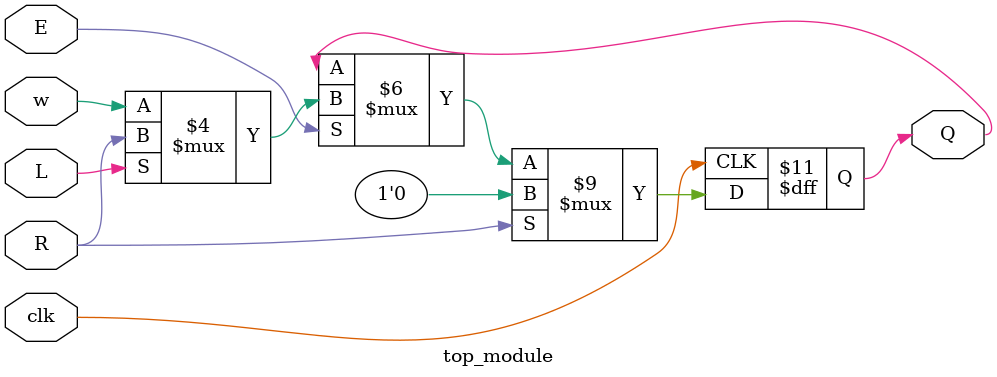
<source format=sv>
module top_module (
    input clk,
    input w,
    input R,
    input E,
    input L,
    output reg Q
);

    always @(posedge clk) begin
        if (R) begin
            Q <= 1'b0; // Reset the output to 0
        end
        else if (E) begin
            if (L) begin
                Q <= R; // Update output with the value of R
            end
            else begin
                Q <= w; // Update output with the value of w
            end
        end
        else begin
            Q <= Q; // Hold the current value of Q
        end
    end

endmodule

</source>
